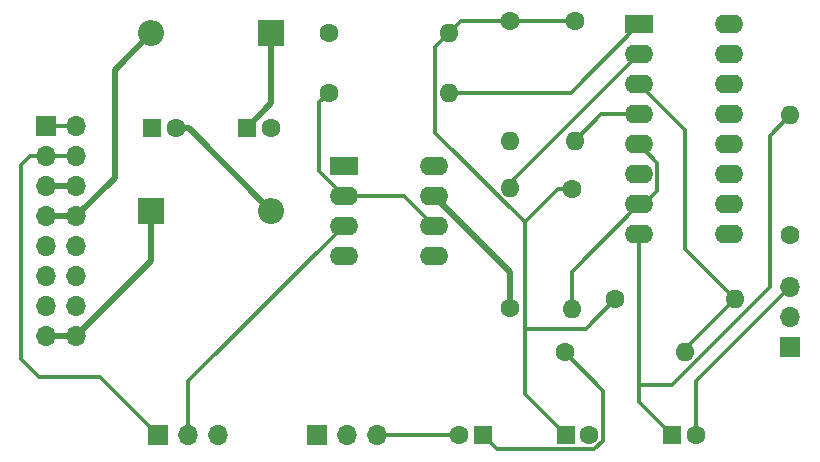
<source format=gbr>
%TF.GenerationSoftware,KiCad,Pcbnew,7.0.1-0*%
%TF.CreationDate,2023-07-23T18:38:07-04:00*%
%TF.ProjectId,Penfold_VCA,50656e66-6f6c-4645-9f56-43412e6b6963,rev?*%
%TF.SameCoordinates,Original*%
%TF.FileFunction,Copper,L1,Top*%
%TF.FilePolarity,Positive*%
%FSLAX46Y46*%
G04 Gerber Fmt 4.6, Leading zero omitted, Abs format (unit mm)*
G04 Created by KiCad (PCBNEW 7.0.1-0) date 2023-07-23 18:38:07*
%MOMM*%
%LPD*%
G01*
G04 APERTURE LIST*
%TA.AperFunction,ComponentPad*%
%ADD10C,1.600000*%
%TD*%
%TA.AperFunction,ComponentPad*%
%ADD11O,1.600000X1.600000*%
%TD*%
%TA.AperFunction,ComponentPad*%
%ADD12R,1.600000X1.600000*%
%TD*%
%TA.AperFunction,ComponentPad*%
%ADD13R,1.700000X1.700000*%
%TD*%
%TA.AperFunction,ComponentPad*%
%ADD14O,1.700000X1.700000*%
%TD*%
%TA.AperFunction,ComponentPad*%
%ADD15R,2.200000X2.200000*%
%TD*%
%TA.AperFunction,ComponentPad*%
%ADD16O,2.200000X2.200000*%
%TD*%
%TA.AperFunction,ComponentPad*%
%ADD17R,2.400000X1.600000*%
%TD*%
%TA.AperFunction,ComponentPad*%
%ADD18O,2.400000X1.600000*%
%TD*%
%TA.AperFunction,Conductor*%
%ADD19C,0.300000*%
%TD*%
%TA.AperFunction,Conductor*%
%ADD20C,0.500000*%
%TD*%
G04 APERTURE END LIST*
D10*
%TO.P,R9,1*%
%TO.N,Net-(C2-Pad1)*%
X150500000Y-95170000D03*
D11*
%TO.P,R9,2*%
%TO.N,Net-(R9-Pad2)*%
X150500000Y-105330000D03*
%TD*%
%TO.P,R4,2*%
%TO.N,Net-(U1C-+)*%
X164330000Y-104500000D03*
D10*
%TO.P,R4,1*%
%TO.N,Net-(C2-Pad1)*%
X154170000Y-104500000D03*
%TD*%
D12*
%TO.P,C2,1*%
%TO.N,Net-(C2-Pad1)*%
X150000000Y-116000000D03*
D10*
%TO.P,C2,2*%
%TO.N,GND*%
X152000000Y-116000000D03*
%TD*%
D13*
%TO.P,SW1,1,A*%
%TO.N,CV Bus*%
X115475000Y-116000000D03*
D14*
%TO.P,SW1,2,B*%
%TO.N,3*%
X118015000Y-116000000D03*
%TO.P,SW1,3,C*%
%TO.N,Net-(SW1-C)*%
X120555000Y-116000000D03*
%TD*%
D10*
%TO.P,R2,1*%
%TO.N,+12V*%
X145288000Y-105283000D03*
D11*
%TO.P,R2,2*%
%TO.N,Net-(U1C-DIODE_BIAS)*%
X145288000Y-95123000D03*
%TD*%
D15*
%TO.P,D4,1,K*%
%TO.N,+12V*%
X125080000Y-82000000D03*
D16*
%TO.P,D4,2,A*%
%TO.N,Net-(D4-A)*%
X114920000Y-82000000D03*
%TD*%
D10*
%TO.P,R1,1*%
%TO.N,Net-(U2--)*%
X129921000Y-87000000D03*
D11*
%TO.P,R1,2*%
%TO.N,1*%
X140081000Y-87000000D03*
%TD*%
D10*
%TO.P,R3,1*%
%TO.N,Net-(C2-Pad1)*%
X150749000Y-80920000D03*
D11*
%TO.P,R3,2*%
%TO.N,Net-(U1C--)*%
X150749000Y-91080000D03*
%TD*%
D13*
%TO.P,J1,1,Pin_1*%
%TO.N,Gate Bus*%
X106000000Y-89840000D03*
D14*
%TO.P,J1,2,Pin_2*%
X108540000Y-89840000D03*
%TO.P,J1,3,Pin_3*%
%TO.N,CV Bus*%
X106000000Y-92380000D03*
%TO.P,J1,4,Pin_4*%
X108540000Y-92380000D03*
%TO.P,J1,5,Pin_5*%
%TO.N,+5V*%
X106000000Y-94920000D03*
%TO.P,J1,6,Pin_6*%
X108540000Y-94920000D03*
%TO.P,J1,7,Pin_7*%
%TO.N,Net-(D4-A)*%
X106000000Y-97460000D03*
%TO.P,J1,8,Pin_8*%
X108540000Y-97460000D03*
%TO.P,J1,9,Pin_9*%
%TO.N,GND*%
X106000000Y-100000000D03*
%TO.P,J1,10,Pin_10*%
X108540000Y-100000000D03*
%TO.P,J1,11,Pin_11*%
X106000000Y-102540000D03*
%TO.P,J1,12,Pin_12*%
X108540000Y-102540000D03*
%TO.P,J1,13,Pin_13*%
X106000000Y-105080000D03*
%TO.P,J1,14,Pin_14*%
X108540000Y-105080000D03*
%TO.P,J1,15,Pin_15*%
%TO.N,Net-(D1-K)*%
X106000000Y-107620000D03*
%TO.P,J1,16,Pin_16*%
X108540000Y-107620000D03*
%TD*%
D17*
%TO.P,U2,1,NULL*%
%TO.N,unconnected-(U2-NULL-Pad1)*%
X131200000Y-93200000D03*
D18*
%TO.P,U2,2,-*%
%TO.N,Net-(U2--)*%
X131200000Y-95740000D03*
%TO.P,U2,3,+*%
%TO.N,3*%
X131200000Y-98280000D03*
%TO.P,U2,4,V-*%
%TO.N,GND*%
X131200000Y-100820000D03*
%TO.P,U2,5,NULL*%
%TO.N,unconnected-(U2-NULL-Pad5)*%
X138820000Y-100820000D03*
%TO.P,U2,6*%
%TO.N,Net-(U2--)*%
X138820000Y-98280000D03*
%TO.P,U2,7,V+*%
%TO.N,+12V*%
X138820000Y-95740000D03*
%TO.P,U2,8,STRB*%
%TO.N,unconnected-(U2-STRB-Pad8)*%
X138820000Y-93200000D03*
%TD*%
D10*
%TO.P,R8,1*%
%TO.N,GND*%
X169000000Y-99080000D03*
D11*
%TO.P,R8,2*%
%TO.N,Net-(C3-Pad1)*%
X169000000Y-88920000D03*
%TD*%
D13*
%TO.P,J4,1,Pin_1*%
%TO.N,GND*%
X128920000Y-116000000D03*
D14*
%TO.P,J4,2,Pin_2*%
X131460000Y-116000000D03*
%TO.P,J4,3,Pin_3*%
%TO.N,2*%
X134000000Y-116000000D03*
%TD*%
D15*
%TO.P,D1,1,K*%
%TO.N,Net-(D1-K)*%
X114920000Y-97000000D03*
D16*
%TO.P,D1,2,A*%
%TO.N,-12V*%
X125080000Y-97000000D03*
%TD*%
D13*
%TO.P,J6,1,Pin_1*%
%TO.N,GND*%
X169000000Y-108540000D03*
D14*
%TO.P,J6,2,Pin_2*%
X169000000Y-106000000D03*
%TO.P,J6,3,Pin_3*%
%TO.N,3*%
X169000000Y-103460000D03*
%TD*%
D12*
%TO.P,C4,1*%
%TO.N,GND*%
X115000000Y-90000000D03*
D10*
%TO.P,C4,2*%
%TO.N,-12V*%
X117000000Y-90000000D03*
%TD*%
D12*
%TO.P,C3,1*%
%TO.N,Net-(C3-Pad1)*%
X159000000Y-116000000D03*
D10*
%TO.P,C3,2*%
%TO.N,3*%
X161000000Y-116000000D03*
%TD*%
%TO.P,R7,1*%
%TO.N,GND*%
X129920000Y-82000000D03*
D11*
%TO.P,R7,2*%
%TO.N,Net-(C2-Pad1)*%
X140080000Y-82000000D03*
%TD*%
D12*
%TO.P,C1,1*%
%TO.N,Net-(C1-Pad1)*%
X143000000Y-116000000D03*
D10*
%TO.P,C1,2*%
%TO.N,2*%
X141000000Y-116000000D03*
%TD*%
%TO.P,R5,1*%
%TO.N,Net-(C1-Pad1)*%
X149920000Y-109000000D03*
D11*
%TO.P,R5,2*%
%TO.N,Net-(U1C-+)*%
X160080000Y-109000000D03*
%TD*%
D12*
%TO.P,C5,1*%
%TO.N,+12V*%
X123000000Y-90000000D03*
D10*
%TO.P,C5,2*%
%TO.N,GND*%
X125000000Y-90000000D03*
%TD*%
D17*
%TO.P,U1,1*%
%TO.N,1*%
X156200000Y-81220000D03*
D18*
%TO.P,U1,2,DIODE_BIAS*%
%TO.N,Net-(U1C-DIODE_BIAS)*%
X156200000Y-83760000D03*
%TO.P,U1,3,+*%
%TO.N,Net-(U1C-+)*%
X156200000Y-86300000D03*
%TO.P,U1,4,-*%
%TO.N,Net-(U1C--)*%
X156200000Y-88840000D03*
%TO.P,U1,5*%
%TO.N,Net-(R9-Pad2)*%
X156200000Y-91380000D03*
%TO.P,U1,6,V-*%
%TO.N,GND*%
X156200000Y-93920000D03*
%TO.P,U1,7*%
%TO.N,Net-(R9-Pad2)*%
X156200000Y-96460000D03*
%TO.P,U1,8*%
%TO.N,Net-(C3-Pad1)*%
X156200000Y-99000000D03*
%TO.P,U1,9*%
%TO.N,N/C*%
X163820000Y-99000000D03*
%TO.P,U1,10*%
X163820000Y-96460000D03*
%TO.P,U1,11,V+*%
%TO.N,+12V*%
X163820000Y-93920000D03*
%TO.P,U1,12*%
%TO.N,N/C*%
X163820000Y-91380000D03*
%TO.P,U1,13*%
X163820000Y-88840000D03*
%TO.P,U1,14*%
X163820000Y-86300000D03*
%TO.P,U1,15*%
X163820000Y-83760000D03*
%TO.P,U1,16*%
X163820000Y-81220000D03*
%TD*%
D10*
%TO.P,R6,1*%
%TO.N,Net-(C2-Pad1)*%
X145288000Y-80920000D03*
D11*
%TO.P,R6,2*%
%TO.N,+12V*%
X145288000Y-91080000D03*
%TD*%
D19*
%TO.N,Net-(C2-Pad1)*%
X146520558Y-97981904D02*
X146520558Y-107000000D01*
X146520558Y-107000000D02*
X146520558Y-112520558D01*
X154170000Y-104500000D02*
X151670000Y-107000000D01*
X151670000Y-107000000D02*
X146520558Y-107000000D01*
X150500000Y-95170000D02*
X149332462Y-95170000D01*
X149332462Y-95170000D02*
X146520558Y-97981904D01*
X138931000Y-90392346D02*
X146520558Y-97981904D01*
X146520558Y-112520558D02*
X150000000Y-116000000D01*
%TO.N,Net-(R9-Pad2)*%
X156200000Y-96460000D02*
X150500000Y-102160000D01*
X150500000Y-102160000D02*
X150500000Y-105330000D01*
%TO.N,3*%
X169000000Y-103460000D02*
X161000000Y-111460000D01*
X161000000Y-111460000D02*
X161000000Y-116000000D01*
%TO.N,Net-(C3-Pad1)*%
X156200000Y-113200000D02*
X156200000Y-111750000D01*
X156200000Y-111750000D02*
X156200000Y-110700000D01*
X169000000Y-88920000D02*
X167250000Y-90670000D01*
X167250000Y-90670000D02*
X167250000Y-103456346D01*
X167250000Y-103456346D02*
X158956346Y-111750000D01*
X158956346Y-111750000D02*
X156200000Y-111750000D01*
%TO.N,Net-(U1C-+)*%
X164330000Y-104500000D02*
X160080000Y-108750000D01*
X160080000Y-108750000D02*
X160080000Y-109000000D01*
X160080000Y-90180000D02*
X160080000Y-100250000D01*
X160080000Y-100250000D02*
X164330000Y-104500000D01*
%TO.N,Net-(C1-Pad1)*%
X152426346Y-117200000D02*
X144200000Y-117200000D01*
X153150000Y-116476346D02*
X152426346Y-117200000D01*
X153150000Y-112230000D02*
X153150000Y-116476346D01*
X149920000Y-109000000D02*
X153150000Y-112230000D01*
X144200000Y-117200000D02*
X143000000Y-116000000D01*
%TO.N,2*%
X134000000Y-116000000D02*
X141000000Y-116000000D01*
%TO.N,Net-(C2-Pad1)*%
X145288000Y-80920000D02*
X141160000Y-80920000D01*
%TO.N,Net-(R9-Pad2)*%
X156200000Y-96460000D02*
X156600000Y-96460000D01*
%TO.N,Net-(C2-Pad1)*%
X141160000Y-80920000D02*
X140080000Y-82000000D01*
%TO.N,Net-(R9-Pad2)*%
X157750000Y-95310000D02*
X157750000Y-92930000D01*
%TO.N,Net-(C2-Pad1)*%
X140080000Y-82000000D02*
X138931000Y-83149000D01*
X150749000Y-80920000D02*
X145288000Y-80920000D01*
%TO.N,Net-(R9-Pad2)*%
X157750000Y-92930000D02*
X156200000Y-91380000D01*
X156600000Y-96460000D02*
X157750000Y-95310000D01*
%TO.N,Net-(C2-Pad1)*%
X138931000Y-83149000D02*
X138931000Y-90392346D01*
%TO.N,Net-(C3-Pad1)*%
X156200000Y-110700000D02*
X156200000Y-99000000D01*
X159000000Y-116000000D02*
X156200000Y-113200000D01*
%TO.N,3*%
X118015000Y-116000000D02*
X118015000Y-111465000D01*
X118015000Y-111465000D02*
X131200000Y-98280000D01*
D20*
%TO.N,-12V*%
X118080000Y-90000000D02*
X117000000Y-90000000D01*
X125080000Y-97000000D02*
X118080000Y-90000000D01*
%TO.N,+12V*%
X125080000Y-87920000D02*
X123000000Y-90000000D01*
X145288000Y-105283000D02*
X145288000Y-102208000D01*
X125080000Y-82000000D02*
X125080000Y-87920000D01*
X145288000Y-102208000D02*
X138820000Y-95740000D01*
%TO.N,Net-(D1-K)*%
X106000000Y-107620000D02*
X108540000Y-107620000D01*
X108540000Y-107620000D02*
X114920000Y-101240000D01*
X114920000Y-101240000D02*
X114920000Y-97000000D01*
%TO.N,Net-(D4-A)*%
X106000000Y-97460000D02*
X108540000Y-97460000D01*
X114920000Y-82000000D02*
X111800000Y-85120000D01*
X111800000Y-85120000D02*
X111800000Y-94200000D01*
X111800000Y-94200000D02*
X108540000Y-97460000D01*
D19*
%TO.N,Gate Bus*%
X106000000Y-89840000D02*
X108540000Y-89840000D01*
%TO.N,CV Bus*%
X105400000Y-111100000D02*
X110000000Y-111100000D01*
X110575000Y-111100000D02*
X110000000Y-111100000D01*
X103900000Y-93100000D02*
X103900000Y-107217057D01*
X106000000Y-92380000D02*
X104620000Y-92380000D01*
X115475000Y-116000000D02*
X110575000Y-111100000D01*
X106000000Y-92380000D02*
X108540000Y-92380000D01*
X104620000Y-92380000D02*
X103900000Y-93100000D01*
X103900000Y-107217057D02*
X103900000Y-109600000D01*
X103900000Y-109600000D02*
X105400000Y-111100000D01*
D20*
%TO.N,+5V*%
X106000000Y-94920000D02*
X108540000Y-94920000D01*
D19*
%TO.N,Net-(U2--)*%
X131200000Y-95740000D02*
X136280000Y-95740000D01*
X129121001Y-93661001D02*
X131200000Y-95740000D01*
X129121001Y-87799999D02*
X129121001Y-93661001D01*
X129921000Y-87000000D02*
X129121001Y-87799999D01*
X136280000Y-95740000D02*
X138820000Y-98280000D01*
%TO.N,1*%
X156200000Y-81220000D02*
X150420000Y-87000000D01*
X150420000Y-87000000D02*
X140081000Y-87000000D01*
%TO.N,Net-(U1C-DIODE_BIAS)*%
X156200000Y-83760000D02*
X145288000Y-94672000D01*
X145288000Y-94672000D02*
X145288000Y-95123000D01*
%TO.N,Net-(U1C--)*%
X152989000Y-88840000D02*
X150749000Y-91080000D01*
X156200000Y-88840000D02*
X152989000Y-88840000D01*
%TO.N,Net-(U1C-+)*%
X160080000Y-90180000D02*
X156200000Y-86300000D01*
%TD*%
M02*

</source>
